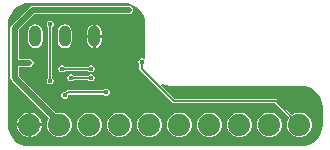
<source format=gtl>
G04*
G04 #@! TF.GenerationSoftware,Altium Limited,Altium Designer,25.1.2 (22)*
G04*
G04 Layer_Physical_Order=1*
G04 Layer_Color=255*
%FSLAX44Y44*%
%MOMM*%
G71*
G04*
G04 #@! TF.SameCoordinates,338011C2-9390-4247-BC61-753FE4806B10*
G04*
G04*
G04 #@! TF.FilePolarity,Positive*
G04*
G01*
G75*
%ADD14C,0.1500*%
%ADD15C,0.5000*%
%ADD16O,1.0000X1.8000*%
%ADD17C,1.8796*%
%ADD18C,0.4000*%
G36*
X100000Y218211D02*
X103553Y217861D01*
X106969Y216824D01*
X110117Y215142D01*
X112877Y212877D01*
X115142Y210117D01*
X116825Y206969D01*
X117861Y203553D01*
X118211Y200000D01*
X118216D01*
Y171323D01*
X116946Y170797D01*
X116699Y171043D01*
X115597Y171500D01*
X114403D01*
X113301Y171043D01*
X112457Y170199D01*
X112000Y169097D01*
Y167903D01*
X112457Y166801D01*
X113216Y166042D01*
Y162500D01*
X113351Y161817D01*
X113738Y161238D01*
X120891Y154086D01*
X121772Y153197D01*
X122414Y152415D01*
X123197Y151772D01*
X124086Y150891D01*
X141238Y133738D01*
X141817Y133351D01*
X142500Y133216D01*
X227861D01*
X240065Y121012D01*
X238911Y119014D01*
X238202Y116369D01*
Y113631D01*
X238911Y110986D01*
X240280Y108616D01*
X242215Y106679D01*
X244587Y105311D01*
X247231Y104602D01*
X249969D01*
X252614Y105311D01*
X254984Y106679D01*
X256921Y108616D01*
X258289Y110986D01*
X258998Y113631D01*
Y116369D01*
X258289Y119014D01*
X256921Y121384D01*
X254984Y123321D01*
X252614Y124689D01*
X249969Y125398D01*
X247231D01*
X244587Y124689D01*
X242588Y123535D01*
X229862Y136262D01*
X229283Y136649D01*
X228600Y136784D01*
X143239D01*
X131501Y148522D01*
X132174Y149645D01*
X135736Y148565D01*
X140000Y148145D01*
Y148216D01*
X250000D01*
Y148211D01*
X253553Y147861D01*
X256969Y146825D01*
X260117Y145142D01*
X262877Y142877D01*
X265142Y140117D01*
X266824Y136969D01*
X267861Y133553D01*
X268211Y130000D01*
X268216D01*
X268216Y130000D01*
Y115000D01*
X268211D01*
X267861Y111447D01*
X266824Y108031D01*
X265142Y104883D01*
X262877Y102123D01*
X260117Y99858D01*
X256969Y98175D01*
X253553Y97139D01*
X250000Y96789D01*
X250000Y96789D01*
Y96789D01*
X248730Y96784D01*
X20000Y96784D01*
Y96789D01*
X16447Y97139D01*
X13031Y98175D01*
X9883Y99858D01*
X7123Y102123D01*
X4858Y104883D01*
X3176Y108031D01*
X2139Y111447D01*
X1789Y115000D01*
X1784D01*
Y200000D01*
X1789D01*
X2139Y203553D01*
X3176Y206969D01*
X4858Y210117D01*
X7123Y212877D01*
X9883Y215142D01*
X13031Y216824D01*
X16447Y217861D01*
X20000Y218211D01*
Y218216D01*
X20000Y218216D01*
X100000D01*
Y218211D01*
D02*
G37*
%LPC*%
G36*
X76270Y199865D02*
Y191270D01*
X81117D01*
Y194000D01*
X80652Y196341D01*
X79326Y198326D01*
X77341Y199652D01*
X76270Y199865D01*
D02*
G37*
G36*
X73730D02*
X72659Y199652D01*
X70674Y198326D01*
X69348Y196341D01*
X68882Y194000D01*
Y191270D01*
X73730D01*
Y199865D01*
D02*
G37*
G36*
X81117Y188730D02*
X76270D01*
Y180135D01*
X77341Y180348D01*
X79326Y181674D01*
X80652Y183659D01*
X81117Y186000D01*
Y188730D01*
D02*
G37*
G36*
X73730D02*
X68882D01*
Y186000D01*
X69348Y183659D01*
X70674Y181674D01*
X72659Y180348D01*
X73730Y180135D01*
Y188730D01*
D02*
G37*
G36*
X50000Y200117D02*
X47659Y199652D01*
X45674Y198326D01*
X44348Y196341D01*
X43882Y194000D01*
Y186000D01*
X44348Y183659D01*
X45674Y181674D01*
X47659Y180348D01*
X50000Y179883D01*
X52341Y180348D01*
X54326Y181674D01*
X55652Y183659D01*
X56118Y186000D01*
Y194000D01*
X55652Y196341D01*
X54326Y198326D01*
X52341Y199652D01*
X50000Y200117D01*
D02*
G37*
G36*
X25000D02*
X22659Y199652D01*
X20674Y198326D01*
X19348Y196341D01*
X18882Y194000D01*
Y186000D01*
X19348Y183659D01*
X20674Y181674D01*
X22659Y180348D01*
X25000Y179883D01*
X27341Y180348D01*
X29326Y181674D01*
X30652Y183659D01*
X31117Y186000D01*
Y194000D01*
X30652Y196341D01*
X29326Y198326D01*
X27341Y199652D01*
X25000Y200117D01*
D02*
G37*
G36*
X73097Y165500D02*
X71903D01*
X70801Y165043D01*
X70042Y164284D01*
X49958D01*
X49199Y165043D01*
X48097Y165500D01*
X46903D01*
X45801Y165043D01*
X44957Y164199D01*
X44500Y163097D01*
Y161903D01*
X44957Y160801D01*
X45801Y159957D01*
X46903Y159500D01*
X48097D01*
X49199Y159957D01*
X49958Y160716D01*
X70042D01*
X70801Y159957D01*
X71903Y159500D01*
X73097D01*
X74199Y159957D01*
X75043Y160801D01*
X75500Y161903D01*
Y163097D01*
X75043Y164199D01*
X74199Y165043D01*
X73097Y165500D01*
D02*
G37*
G36*
Y158000D02*
X71903D01*
X70801Y157543D01*
X70042Y156784D01*
X57458D01*
X56699Y157543D01*
X55597Y158000D01*
X54403D01*
X53301Y157543D01*
X52457Y156699D01*
X52000Y155597D01*
Y154403D01*
X52457Y153301D01*
X53301Y152457D01*
X54403Y152000D01*
X55597D01*
X56699Y152457D01*
X57458Y153216D01*
X70042D01*
X70801Y152457D01*
X71903Y152000D01*
X73097D01*
X74199Y152457D01*
X75043Y153301D01*
X75500Y154403D01*
Y155597D01*
X75043Y156699D01*
X74199Y157543D01*
X73097Y158000D01*
D02*
G37*
G36*
X38097Y203000D02*
X36903D01*
X35801Y202543D01*
X34957Y201699D01*
X34500Y200597D01*
Y199403D01*
X34957Y198301D01*
X35716Y197542D01*
Y154958D01*
X34957Y154199D01*
X34500Y153097D01*
Y151903D01*
X34957Y150801D01*
X35801Y149957D01*
X36903Y149500D01*
X38097D01*
X39199Y149957D01*
X40043Y150801D01*
X40500Y151903D01*
Y153097D01*
X40043Y154199D01*
X39284Y154958D01*
Y197542D01*
X40043Y198301D01*
X40500Y199403D01*
Y200597D01*
X40043Y201699D01*
X39199Y202543D01*
X38097Y203000D01*
D02*
G37*
G36*
X85597Y145500D02*
X84403D01*
X83301Y145043D01*
X82542Y144284D01*
X52629D01*
X51946Y144149D01*
X51367Y143762D01*
X50603Y142998D01*
X50597Y143000D01*
X49403D01*
X48301Y142543D01*
X47457Y141699D01*
X47000Y140597D01*
Y139403D01*
X47457Y138301D01*
X48301Y137457D01*
X49403Y137000D01*
X50597D01*
X51699Y137457D01*
X52543Y138301D01*
X53000Y139403D01*
Y140348D01*
X53368Y140716D01*
X82542D01*
X83301Y139957D01*
X84403Y139500D01*
X85597D01*
X86699Y139957D01*
X87543Y140801D01*
X88000Y141903D01*
Y143097D01*
X87543Y144199D01*
X86699Y145043D01*
X85597Y145500D01*
D02*
G37*
G36*
X21369Y125398D02*
X21270D01*
Y116270D01*
X30398D01*
Y116369D01*
X29689Y119014D01*
X28321Y121384D01*
X26384Y123321D01*
X24014Y124689D01*
X21369Y125398D01*
D02*
G37*
G36*
X18730D02*
X18631D01*
X15986Y124689D01*
X13615Y123321D01*
X11680Y121384D01*
X10311Y119014D01*
X9602Y116369D01*
Y116270D01*
X18730D01*
Y125398D01*
D02*
G37*
G36*
X224569D02*
X221831D01*
X219186Y124689D01*
X216815Y123321D01*
X214880Y121384D01*
X213511Y119014D01*
X212802Y116369D01*
Y113631D01*
X213511Y110986D01*
X214880Y108616D01*
X216815Y106679D01*
X219186Y105311D01*
X221831Y104602D01*
X224569D01*
X227213Y105311D01*
X229585Y106679D01*
X231521Y108616D01*
X232889Y110986D01*
X233598Y113631D01*
Y116369D01*
X232889Y119014D01*
X231521Y121384D01*
X229585Y123321D01*
X227213Y124689D01*
X224569Y125398D01*
D02*
G37*
G36*
X199169D02*
X196431D01*
X193787Y124689D01*
X191416Y123321D01*
X189480Y121384D01*
X188111Y119014D01*
X187402Y116369D01*
Y113631D01*
X188111Y110986D01*
X189480Y108616D01*
X191416Y106679D01*
X193787Y105311D01*
X196431Y104602D01*
X199169D01*
X201814Y105311D01*
X204184Y106679D01*
X206120Y108616D01*
X207489Y110986D01*
X208198Y113631D01*
Y116369D01*
X207489Y119014D01*
X206120Y121384D01*
X204184Y123321D01*
X201814Y124689D01*
X199169Y125398D01*
D02*
G37*
G36*
X173769D02*
X171031D01*
X168386Y124689D01*
X166015Y123321D01*
X164080Y121384D01*
X162711Y119014D01*
X162002Y116369D01*
Y113631D01*
X162711Y110986D01*
X164080Y108616D01*
X166015Y106679D01*
X168386Y105311D01*
X171031Y104602D01*
X173769D01*
X176413Y105311D01*
X178785Y106679D01*
X180721Y108616D01*
X182089Y110986D01*
X182798Y113631D01*
Y116369D01*
X182089Y119014D01*
X180721Y121384D01*
X178785Y123321D01*
X176413Y124689D01*
X173769Y125398D01*
D02*
G37*
G36*
X148369D02*
X145631D01*
X142986Y124689D01*
X140616Y123321D01*
X138680Y121384D01*
X137311Y119014D01*
X136602Y116369D01*
Y113631D01*
X137311Y110986D01*
X138680Y108616D01*
X140616Y106679D01*
X142986Y105311D01*
X145631Y104602D01*
X148369D01*
X151013Y105311D01*
X153385Y106679D01*
X155321Y108616D01*
X156689Y110986D01*
X157398Y113631D01*
Y116369D01*
X156689Y119014D01*
X155321Y121384D01*
X153385Y123321D01*
X151013Y124689D01*
X148369Y125398D01*
D02*
G37*
G36*
X122969D02*
X120231D01*
X117586Y124689D01*
X115216Y123321D01*
X113280Y121384D01*
X111911Y119014D01*
X111202Y116369D01*
Y113631D01*
X111911Y110986D01*
X113280Y108616D01*
X115216Y106679D01*
X117586Y105311D01*
X120231Y104602D01*
X122969D01*
X125613Y105311D01*
X127985Y106679D01*
X129921Y108616D01*
X131289Y110986D01*
X131998Y113631D01*
Y116369D01*
X131289Y119014D01*
X129921Y121384D01*
X127985Y123321D01*
X125613Y124689D01*
X122969Y125398D01*
D02*
G37*
G36*
X97569D02*
X94831D01*
X92186Y124689D01*
X89816Y123321D01*
X87880Y121384D01*
X86511Y119014D01*
X85802Y116369D01*
Y113631D01*
X86511Y110986D01*
X87880Y108616D01*
X89816Y106679D01*
X92186Y105311D01*
X94831Y104602D01*
X97569D01*
X100213Y105311D01*
X102584Y106679D01*
X104521Y108616D01*
X105889Y110986D01*
X106598Y113631D01*
Y116369D01*
X105889Y119014D01*
X104521Y121384D01*
X102584Y123321D01*
X100213Y124689D01*
X97569Y125398D01*
D02*
G37*
G36*
X72169D02*
X69431D01*
X66786Y124689D01*
X64415Y123321D01*
X62480Y121384D01*
X61111Y119014D01*
X60402Y116369D01*
Y113631D01*
X61111Y110986D01*
X62480Y108616D01*
X64415Y106679D01*
X66786Y105311D01*
X69431Y104602D01*
X72169D01*
X74813Y105311D01*
X77185Y106679D01*
X79120Y108616D01*
X80489Y110986D01*
X81198Y113631D01*
Y116369D01*
X80489Y119014D01*
X79120Y121384D01*
X77185Y123321D01*
X74813Y124689D01*
X72169Y125398D01*
D02*
G37*
G36*
X104500Y216069D02*
X22753D01*
X21387Y215797D01*
X20230Y215023D01*
X4977Y199770D01*
X4203Y198613D01*
X3931Y197247D01*
Y167500D01*
Y155000D01*
X4203Y153634D01*
X4977Y152477D01*
X14977Y142477D01*
X36710Y120744D01*
X35711Y119014D01*
X35002Y116369D01*
Y113631D01*
X35711Y110986D01*
X37080Y108616D01*
X39016Y106679D01*
X41386Y105311D01*
X44031Y104602D01*
X46769D01*
X49413Y105311D01*
X51785Y106679D01*
X53720Y108616D01*
X55089Y110986D01*
X55798Y113631D01*
Y116369D01*
X55089Y119014D01*
X53720Y121384D01*
X51785Y123321D01*
X49413Y124689D01*
X46769Y125398D01*
X44031D01*
X42547Y125000D01*
X20023Y147523D01*
X11069Y156478D01*
Y163931D01*
X20000D01*
X21366Y164203D01*
X22523Y164977D01*
X23297Y166134D01*
X23569Y167500D01*
X23297Y168866D01*
X22523Y170023D01*
X21366Y170797D01*
X20000Y171069D01*
X11069D01*
Y195769D01*
X24231Y208931D01*
X104500D01*
X105866Y209203D01*
X107023Y209977D01*
X107797Y211134D01*
X108069Y212500D01*
X107797Y213866D01*
X107023Y215023D01*
X105866Y215797D01*
X104500Y216069D01*
D02*
G37*
G36*
X30398Y113730D02*
X21270D01*
Y104602D01*
X21369D01*
X24014Y105311D01*
X26384Y106679D01*
X28321Y108616D01*
X29689Y110986D01*
X30398Y113631D01*
Y113730D01*
D02*
G37*
G36*
X18730D02*
X9602D01*
Y113631D01*
X10311Y110986D01*
X11680Y108616D01*
X13615Y106679D01*
X15986Y105311D01*
X18631Y104602D01*
X18730D01*
Y113730D01*
D02*
G37*
%LPD*%
D14*
X123089Y154411D02*
G03*
X124411Y153089I16911J15589D01*
G01*
X37500Y152500D02*
Y200000D01*
X47500Y162500D02*
X72500D01*
X50000Y140000D02*
X50129D01*
X52629Y142500D02*
X85000D01*
X50129Y140000D02*
X52629Y142500D01*
X55000Y155000D02*
X72500D01*
X115000Y162500D02*
X123089Y154411D01*
X124411Y153089D02*
X142500Y135000D01*
X115000Y162500D02*
Y168500D01*
X142500Y135000D02*
X228600D01*
X248600Y115000D01*
D15*
X7500Y197247D02*
X22753Y212500D01*
X104500D01*
X7500Y167500D02*
Y197247D01*
Y167500D02*
X20000D01*
X17500Y145000D02*
X45400Y117100D01*
X7500Y155000D02*
X17500Y145000D01*
X7500Y155000D02*
Y167500D01*
X45400Y115000D02*
Y117100D01*
D16*
X75000Y190000D02*
D03*
X50000D02*
D03*
X25000D02*
D03*
D17*
X248600Y115000D02*
D03*
X223200D02*
D03*
X197800D02*
D03*
X172400D02*
D03*
X147000D02*
D03*
X121600D02*
D03*
X96200D02*
D03*
X70800D02*
D03*
X45400D02*
D03*
X20000D02*
D03*
D18*
X104500Y212500D02*
D03*
X37500Y200000D02*
D03*
X110000Y180000D02*
D03*
X72500Y162500D02*
D03*
X20000Y167500D02*
D03*
X55000Y155000D02*
D03*
X72500D02*
D03*
X47500Y162500D02*
D03*
X50000Y140000D02*
D03*
X35000Y142500D02*
D03*
X37500Y152500D02*
D03*
X85000Y142500D02*
D03*
X77500Y147500D02*
D03*
X17500Y145000D02*
D03*
X115000Y168500D02*
D03*
M02*

</source>
